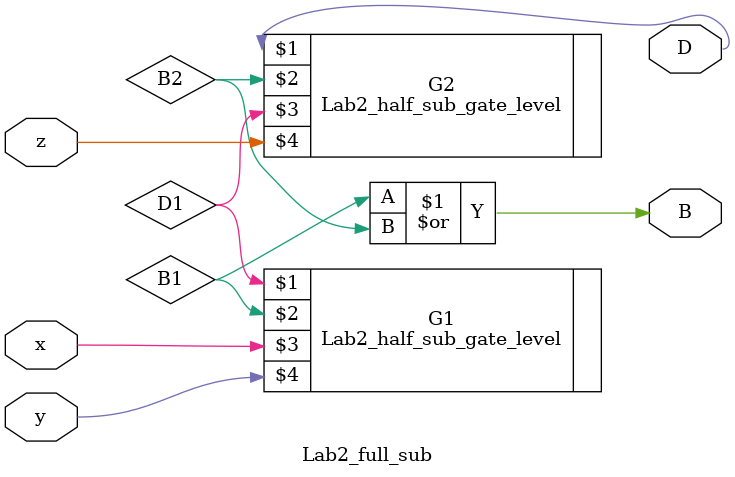
<source format=v>
module Lab2_full_sub(D, B, x, y, z);
	output D, B;
	input x, y, z;
	wire D1,B1,B2;
	Lab2_half_sub_gate_level G1(D1,B1,x,y);
	Lab2_half_sub_gate_level G2(D,B2,D1,z);
	or G3(B,B1,B2);
endmodule

</source>
